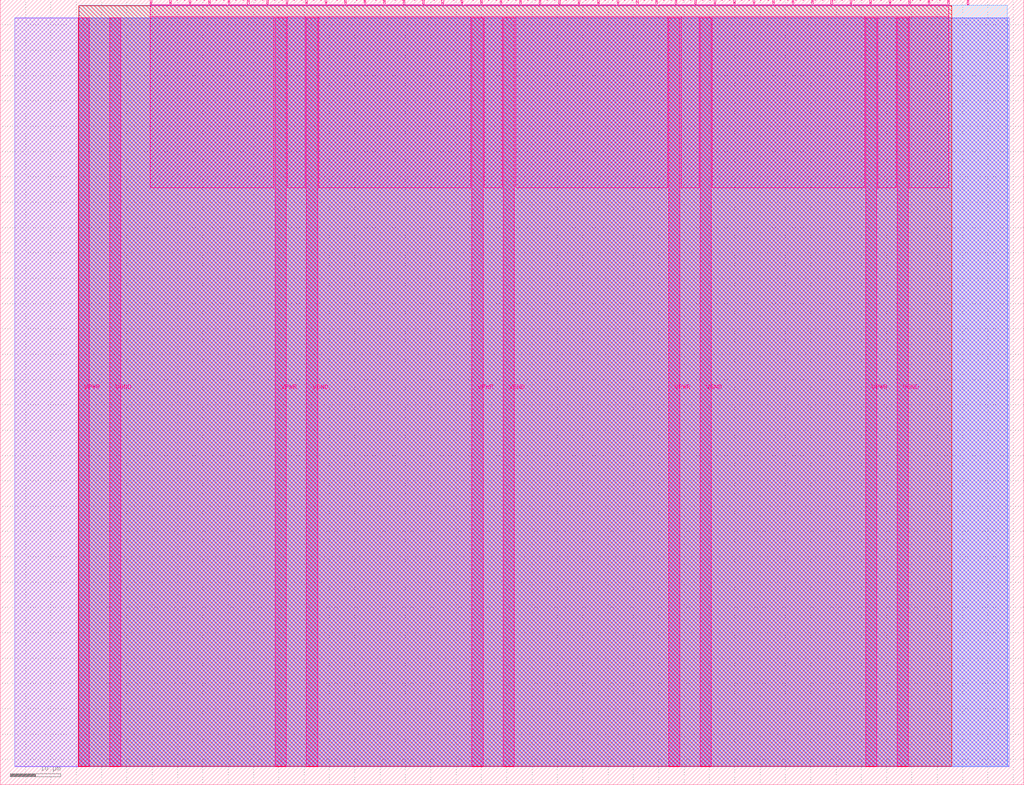
<source format=lef>
VERSION 5.7 ;
  NOWIREEXTENSIONATPIN ON ;
  DIVIDERCHAR "/" ;
  BUSBITCHARS "[]" ;
MACRO tt_um_ran_DanielZhu
  CLASS BLOCK ;
  FOREIGN tt_um_ran_DanielZhu ;
  ORIGIN 0.000 0.000 ;
  SIZE 202.080 BY 154.980 ;
  PIN VGND
    DIRECTION INOUT ;
    USE GROUND ;
    PORT
      LAYER Metal5 ;
        RECT 21.580 3.560 23.780 151.420 ;
    END
    PORT
      LAYER Metal5 ;
        RECT 60.450 3.560 62.650 151.420 ;
    END
    PORT
      LAYER Metal5 ;
        RECT 99.320 3.560 101.520 151.420 ;
    END
    PORT
      LAYER Metal5 ;
        RECT 138.190 3.560 140.390 151.420 ;
    END
    PORT
      LAYER Metal5 ;
        RECT 177.060 3.560 179.260 151.420 ;
    END
  END VGND
  PIN VPWR
    DIRECTION INOUT ;
    USE POWER ;
    PORT
      LAYER Metal5 ;
        RECT 15.380 3.560 17.580 151.420 ;
    END
    PORT
      LAYER Metal5 ;
        RECT 54.250 3.560 56.450 151.420 ;
    END
    PORT
      LAYER Metal5 ;
        RECT 93.120 3.560 95.320 151.420 ;
    END
    PORT
      LAYER Metal5 ;
        RECT 131.990 3.560 134.190 151.420 ;
    END
    PORT
      LAYER Metal5 ;
        RECT 170.860 3.560 173.060 151.420 ;
    END
  END VPWR
  PIN clk
    DIRECTION INPUT ;
    USE SIGNAL ;
    ANTENNAGATEAREA 0.213200 ;
    PORT
      LAYER Metal5 ;
        RECT 187.050 153.980 187.350 154.980 ;
    END
  END clk
  PIN ena
    DIRECTION INPUT ;
    USE SIGNAL ;
    PORT
      LAYER Metal5 ;
        RECT 190.890 153.980 191.190 154.980 ;
    END
  END ena
  PIN rst_n
    DIRECTION INPUT ;
    USE SIGNAL ;
    ANTENNAGATEAREA 0.213200 ;
    PORT
      LAYER Metal5 ;
        RECT 183.210 153.980 183.510 154.980 ;
    END
  END rst_n
  PIN ui_in[0]
    DIRECTION INPUT ;
    USE SIGNAL ;
    ANTENNAGATEAREA 0.426400 ;
    PORT
      LAYER Metal5 ;
        RECT 179.370 153.980 179.670 154.980 ;
    END
  END ui_in[0]
  PIN ui_in[1]
    DIRECTION INPUT ;
    USE SIGNAL ;
    ANTENNAGATEAREA 0.180700 ;
    PORT
      LAYER Metal5 ;
        RECT 175.530 153.980 175.830 154.980 ;
    END
  END ui_in[1]
  PIN ui_in[2]
    DIRECTION INPUT ;
    USE SIGNAL ;
    ANTENNAGATEAREA 0.180700 ;
    PORT
      LAYER Metal5 ;
        RECT 171.690 153.980 171.990 154.980 ;
    END
  END ui_in[2]
  PIN ui_in[3]
    DIRECTION INPUT ;
    USE SIGNAL ;
    ANTENNAGATEAREA 0.213200 ;
    PORT
      LAYER Metal5 ;
        RECT 167.850 153.980 168.150 154.980 ;
    END
  END ui_in[3]
  PIN ui_in[4]
    DIRECTION INPUT ;
    USE SIGNAL ;
    ANTENNAGATEAREA 0.213200 ;
    PORT
      LAYER Metal5 ;
        RECT 164.010 153.980 164.310 154.980 ;
    END
  END ui_in[4]
  PIN ui_in[5]
    DIRECTION INPUT ;
    USE SIGNAL ;
    ANTENNAGATEAREA 0.314600 ;
    PORT
      LAYER Metal5 ;
        RECT 160.170 153.980 160.470 154.980 ;
    END
  END ui_in[5]
  PIN ui_in[6]
    DIRECTION INPUT ;
    USE SIGNAL ;
    PORT
      LAYER Metal5 ;
        RECT 156.330 153.980 156.630 154.980 ;
    END
  END ui_in[6]
  PIN ui_in[7]
    DIRECTION INPUT ;
    USE SIGNAL ;
    PORT
      LAYER Metal5 ;
        RECT 152.490 153.980 152.790 154.980 ;
    END
  END ui_in[7]
  PIN uio_in[0]
    DIRECTION INPUT ;
    USE SIGNAL ;
    PORT
      LAYER Metal5 ;
        RECT 148.650 153.980 148.950 154.980 ;
    END
  END uio_in[0]
  PIN uio_in[1]
    DIRECTION INPUT ;
    USE SIGNAL ;
    PORT
      LAYER Metal5 ;
        RECT 144.810 153.980 145.110 154.980 ;
    END
  END uio_in[1]
  PIN uio_in[2]
    DIRECTION INPUT ;
    USE SIGNAL ;
    PORT
      LAYER Metal5 ;
        RECT 140.970 153.980 141.270 154.980 ;
    END
  END uio_in[2]
  PIN uio_in[3]
    DIRECTION INPUT ;
    USE SIGNAL ;
    PORT
      LAYER Metal5 ;
        RECT 137.130 153.980 137.430 154.980 ;
    END
  END uio_in[3]
  PIN uio_in[4]
    DIRECTION INPUT ;
    USE SIGNAL ;
    PORT
      LAYER Metal5 ;
        RECT 133.290 153.980 133.590 154.980 ;
    END
  END uio_in[4]
  PIN uio_in[5]
    DIRECTION INPUT ;
    USE SIGNAL ;
    PORT
      LAYER Metal5 ;
        RECT 129.450 153.980 129.750 154.980 ;
    END
  END uio_in[5]
  PIN uio_in[6]
    DIRECTION INPUT ;
    USE SIGNAL ;
    PORT
      LAYER Metal5 ;
        RECT 125.610 153.980 125.910 154.980 ;
    END
  END uio_in[6]
  PIN uio_in[7]
    DIRECTION INPUT ;
    USE SIGNAL ;
    PORT
      LAYER Metal5 ;
        RECT 121.770 153.980 122.070 154.980 ;
    END
  END uio_in[7]
  PIN uio_oe[0]
    DIRECTION OUTPUT ;
    USE SIGNAL ;
    ANTENNADIFFAREA 0.392700 ;
    PORT
      LAYER Metal5 ;
        RECT 56.490 153.980 56.790 154.980 ;
    END
  END uio_oe[0]
  PIN uio_oe[1]
    DIRECTION OUTPUT ;
    USE SIGNAL ;
    ANTENNADIFFAREA 0.392700 ;
    PORT
      LAYER Metal5 ;
        RECT 52.650 153.980 52.950 154.980 ;
    END
  END uio_oe[1]
  PIN uio_oe[2]
    DIRECTION OUTPUT ;
    USE SIGNAL ;
    ANTENNADIFFAREA 0.392700 ;
    PORT
      LAYER Metal5 ;
        RECT 48.810 153.980 49.110 154.980 ;
    END
  END uio_oe[2]
  PIN uio_oe[3]
    DIRECTION OUTPUT ;
    USE SIGNAL ;
    ANTENNADIFFAREA 0.392700 ;
    PORT
      LAYER Metal5 ;
        RECT 44.970 153.980 45.270 154.980 ;
    END
  END uio_oe[3]
  PIN uio_oe[4]
    DIRECTION OUTPUT ;
    USE SIGNAL ;
    ANTENNADIFFAREA 0.392700 ;
    PORT
      LAYER Metal5 ;
        RECT 41.130 153.980 41.430 154.980 ;
    END
  END uio_oe[4]
  PIN uio_oe[5]
    DIRECTION OUTPUT ;
    USE SIGNAL ;
    ANTENNADIFFAREA 0.392700 ;
    PORT
      LAYER Metal5 ;
        RECT 37.290 153.980 37.590 154.980 ;
    END
  END uio_oe[5]
  PIN uio_oe[6]
    DIRECTION OUTPUT ;
    USE SIGNAL ;
    ANTENNADIFFAREA 0.392700 ;
    PORT
      LAYER Metal5 ;
        RECT 33.450 153.980 33.750 154.980 ;
    END
  END uio_oe[6]
  PIN uio_oe[7]
    DIRECTION OUTPUT ;
    USE SIGNAL ;
    ANTENNADIFFAREA 0.392700 ;
    PORT
      LAYER Metal5 ;
        RECT 29.610 153.980 29.910 154.980 ;
    END
  END uio_oe[7]
  PIN uio_out[0]
    DIRECTION OUTPUT ;
    USE SIGNAL ;
    ANTENNADIFFAREA 0.958400 ;
    PORT
      LAYER Metal5 ;
        RECT 87.210 153.980 87.510 154.980 ;
    END
  END uio_out[0]
  PIN uio_out[1]
    DIRECTION OUTPUT ;
    USE SIGNAL ;
    ANTENNADIFFAREA 0.662000 ;
    PORT
      LAYER Metal5 ;
        RECT 83.370 153.980 83.670 154.980 ;
    END
  END uio_out[1]
  PIN uio_out[2]
    DIRECTION OUTPUT ;
    USE SIGNAL ;
    ANTENNADIFFAREA 0.958400 ;
    PORT
      LAYER Metal5 ;
        RECT 79.530 153.980 79.830 154.980 ;
    END
  END uio_out[2]
  PIN uio_out[3]
    DIRECTION OUTPUT ;
    USE SIGNAL ;
    ANTENNADIFFAREA 0.651000 ;
    PORT
      LAYER Metal5 ;
        RECT 75.690 153.980 75.990 154.980 ;
    END
  END uio_out[3]
  PIN uio_out[4]
    DIRECTION OUTPUT ;
    USE SIGNAL ;
    ANTENNADIFFAREA 0.958400 ;
    PORT
      LAYER Metal5 ;
        RECT 71.850 153.980 72.150 154.980 ;
    END
  END uio_out[4]
  PIN uio_out[5]
    DIRECTION OUTPUT ;
    USE SIGNAL ;
    ANTENNADIFFAREA 0.958400 ;
    PORT
      LAYER Metal5 ;
        RECT 68.010 153.980 68.310 154.980 ;
    END
  END uio_out[5]
  PIN uio_out[6]
    DIRECTION OUTPUT ;
    USE SIGNAL ;
    ANTENNADIFFAREA 0.677200 ;
    PORT
      LAYER Metal5 ;
        RECT 64.170 153.980 64.470 154.980 ;
    END
  END uio_out[6]
  PIN uio_out[7]
    DIRECTION OUTPUT ;
    USE SIGNAL ;
    ANTENNADIFFAREA 0.654800 ;
    PORT
      LAYER Metal5 ;
        RECT 60.330 153.980 60.630 154.980 ;
    END
  END uio_out[7]
  PIN uo_out[0]
    DIRECTION OUTPUT ;
    USE SIGNAL ;
    ANTENNADIFFAREA 0.632400 ;
    PORT
      LAYER Metal5 ;
        RECT 117.930 153.980 118.230 154.980 ;
    END
  END uo_out[0]
  PIN uo_out[1]
    DIRECTION OUTPUT ;
    USE SIGNAL ;
    ANTENNADIFFAREA 0.632400 ;
    PORT
      LAYER Metal5 ;
        RECT 114.090 153.980 114.390 154.980 ;
    END
  END uo_out[1]
  PIN uo_out[2]
    DIRECTION OUTPUT ;
    USE SIGNAL ;
    ANTENNADIFFAREA 0.632400 ;
    PORT
      LAYER Metal5 ;
        RECT 110.250 153.980 110.550 154.980 ;
    END
  END uo_out[2]
  PIN uo_out[3]
    DIRECTION OUTPUT ;
    USE SIGNAL ;
    ANTENNADIFFAREA 0.632400 ;
    PORT
      LAYER Metal5 ;
        RECT 106.410 153.980 106.710 154.980 ;
    END
  END uo_out[3]
  PIN uo_out[4]
    DIRECTION OUTPUT ;
    USE SIGNAL ;
    ANTENNADIFFAREA 0.632400 ;
    PORT
      LAYER Metal5 ;
        RECT 102.570 153.980 102.870 154.980 ;
    END
  END uo_out[4]
  PIN uo_out[5]
    DIRECTION OUTPUT ;
    USE SIGNAL ;
    ANTENNADIFFAREA 0.632400 ;
    PORT
      LAYER Metal5 ;
        RECT 98.730 153.980 99.030 154.980 ;
    END
  END uo_out[5]
  PIN uo_out[6]
    DIRECTION OUTPUT ;
    USE SIGNAL ;
    ANTENNADIFFAREA 0.632400 ;
    PORT
      LAYER Metal5 ;
        RECT 94.890 153.980 95.190 154.980 ;
    END
  END uo_out[6]
  PIN uo_out[7]
    DIRECTION OUTPUT ;
    USE SIGNAL ;
    ANTENNADIFFAREA 0.654800 ;
    PORT
      LAYER Metal5 ;
        RECT 91.050 153.980 91.350 154.980 ;
    END
  END uo_out[7]
  OBS
      LAYER GatPoly ;
        RECT 2.880 3.630 199.200 151.350 ;
      LAYER Metal1 ;
        RECT 2.880 3.560 199.200 151.420 ;
      LAYER Metal2 ;
        RECT 15.515 3.680 198.865 151.300 ;
      LAYER Metal3 ;
        RECT 15.560 3.635 198.820 153.865 ;
      LAYER Metal4 ;
        RECT 15.515 3.680 187.825 153.820 ;
      LAYER Metal5 ;
        RECT 30.120 153.770 33.240 153.980 ;
        RECT 33.960 153.770 37.080 153.980 ;
        RECT 37.800 153.770 40.920 153.980 ;
        RECT 41.640 153.770 44.760 153.980 ;
        RECT 45.480 153.770 48.600 153.980 ;
        RECT 49.320 153.770 52.440 153.980 ;
        RECT 53.160 153.770 56.280 153.980 ;
        RECT 57.000 153.770 60.120 153.980 ;
        RECT 60.840 153.770 63.960 153.980 ;
        RECT 64.680 153.770 67.800 153.980 ;
        RECT 68.520 153.770 71.640 153.980 ;
        RECT 72.360 153.770 75.480 153.980 ;
        RECT 76.200 153.770 79.320 153.980 ;
        RECT 80.040 153.770 83.160 153.980 ;
        RECT 83.880 153.770 87.000 153.980 ;
        RECT 87.720 153.770 90.840 153.980 ;
        RECT 91.560 153.770 94.680 153.980 ;
        RECT 95.400 153.770 98.520 153.980 ;
        RECT 99.240 153.770 102.360 153.980 ;
        RECT 103.080 153.770 106.200 153.980 ;
        RECT 106.920 153.770 110.040 153.980 ;
        RECT 110.760 153.770 113.880 153.980 ;
        RECT 114.600 153.770 117.720 153.980 ;
        RECT 118.440 153.770 121.560 153.980 ;
        RECT 122.280 153.770 125.400 153.980 ;
        RECT 126.120 153.770 129.240 153.980 ;
        RECT 129.960 153.770 133.080 153.980 ;
        RECT 133.800 153.770 136.920 153.980 ;
        RECT 137.640 153.770 140.760 153.980 ;
        RECT 141.480 153.770 144.600 153.980 ;
        RECT 145.320 153.770 148.440 153.980 ;
        RECT 149.160 153.770 152.280 153.980 ;
        RECT 153.000 153.770 156.120 153.980 ;
        RECT 156.840 153.770 159.960 153.980 ;
        RECT 160.680 153.770 163.800 153.980 ;
        RECT 164.520 153.770 167.640 153.980 ;
        RECT 168.360 153.770 171.480 153.980 ;
        RECT 172.200 153.770 175.320 153.980 ;
        RECT 176.040 153.770 179.160 153.980 ;
        RECT 179.880 153.770 183.000 153.980 ;
        RECT 183.720 153.770 186.840 153.980 ;
        RECT 29.660 151.630 187.300 153.770 ;
        RECT 29.660 117.875 54.040 151.630 ;
        RECT 56.660 117.875 60.240 151.630 ;
        RECT 62.860 117.875 92.910 151.630 ;
        RECT 95.530 117.875 99.110 151.630 ;
        RECT 101.730 117.875 131.780 151.630 ;
        RECT 134.400 117.875 137.980 151.630 ;
        RECT 140.600 117.875 170.650 151.630 ;
        RECT 173.270 117.875 176.850 151.630 ;
        RECT 179.470 117.875 187.300 151.630 ;
  END
END tt_um_ran_DanielZhu
END LIBRARY


</source>
